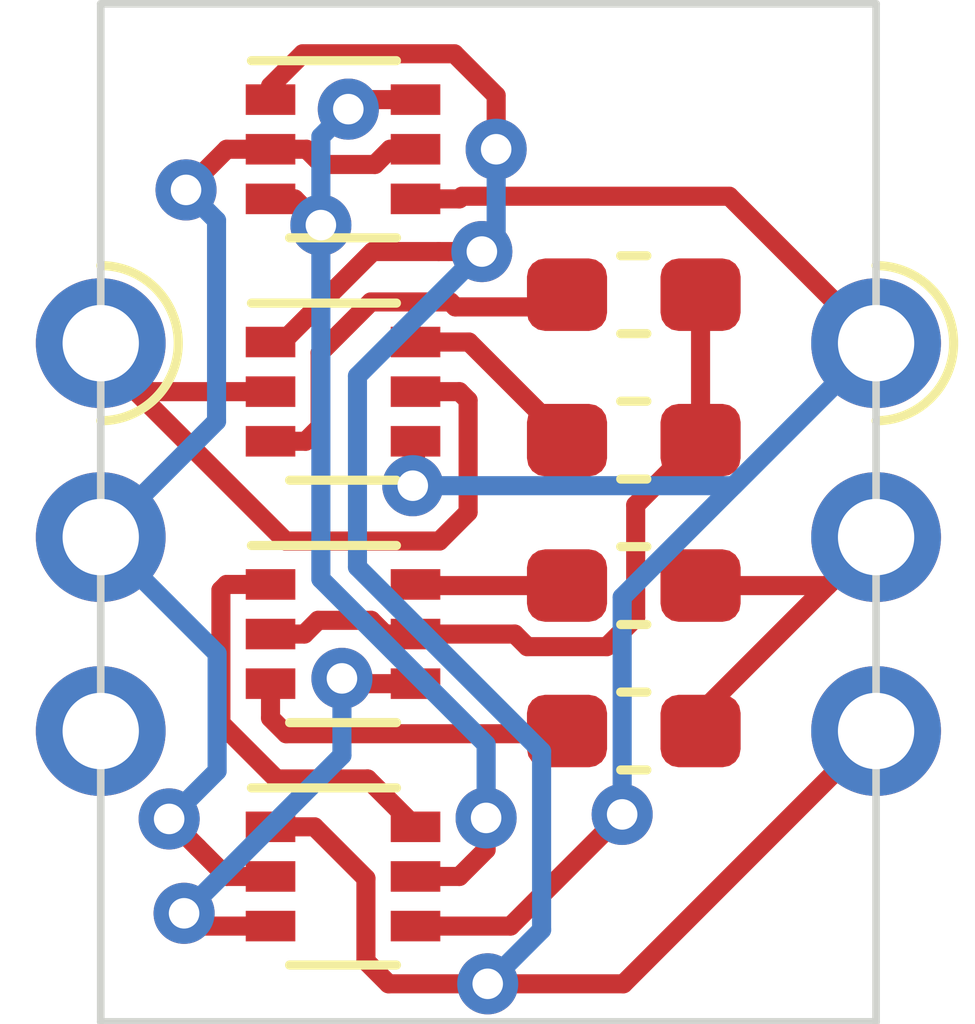
<source format=kicad_pcb>
(kicad_pcb (version 20171130) (host pcbnew 5.1.6)

  (general
    (thickness 1.6)
    (drawings 4)
    (tracks 135)
    (zones 0)
    (modules 10)
    (nets 15)
  )

  (page A4)
  (layers
    (0 F.Cu signal)
    (31 B.Cu signal)
    (32 B.Adhes user)
    (33 F.Adhes user)
    (34 B.Paste user)
    (35 F.Paste user)
    (36 B.SilkS user)
    (37 F.SilkS user)
    (38 B.Mask user)
    (39 F.Mask user)
    (40 Dwgs.User user)
    (41 Cmts.User user)
    (42 Eco1.User user)
    (43 Eco2.User user)
    (44 Edge.Cuts user)
    (45 Margin user)
    (46 B.CrtYd user)
    (47 F.CrtYd user)
    (48 B.Fab user)
    (49 F.Fab user hide)
  )

  (setup
    (last_trace_width 0.25)
    (user_trace_width 0.3)
    (trace_clearance 0.2)
    (zone_clearance 0.508)
    (zone_45_only no)
    (trace_min 0.2)
    (via_size 0.8)
    (via_drill 0.4)
    (via_min_size 0.4)
    (via_min_drill 0.3)
    (uvia_size 0.3)
    (uvia_drill 0.1)
    (uvias_allowed no)
    (uvia_min_size 0.2)
    (uvia_min_drill 0.1)
    (edge_width 0.05)
    (segment_width 0.2)
    (pcb_text_width 0.3)
    (pcb_text_size 1.5 1.5)
    (mod_edge_width 0.12)
    (mod_text_size 1 1)
    (mod_text_width 0.15)
    (pad_size 1.524 1.524)
    (pad_drill 0.762)
    (pad_to_mask_clearance 0.05)
    (aux_axis_origin 0 0)
    (visible_elements FFFFFF7F)
    (pcbplotparams
      (layerselection 0x010fc_ffffffff)
      (usegerberextensions false)
      (usegerberattributes true)
      (usegerberadvancedattributes true)
      (creategerberjobfile true)
      (excludeedgelayer true)
      (linewidth 0.100000)
      (plotframeref false)
      (viasonmask false)
      (mode 1)
      (useauxorigin false)
      (hpglpennumber 1)
      (hpglpenspeed 20)
      (hpglpendiameter 15.000000)
      (psnegative false)
      (psa4output false)
      (plotreference true)
      (plotvalue true)
      (plotinvisibletext false)
      (padsonsilk false)
      (subtractmaskfromsilk false)
      (outputformat 1)
      (mirror false)
      (drillshape 1)
      (scaleselection 1)
      (outputdirectory ""))
  )

  (net 0 "")
  (net 1 Vss)
  (net 2 Out)
  (net 3 Gate)
  (net 4 Vdd)
  (net 5 In)
  (net 6 "Net-(Q2-Pad3)")
  (net 7 "Net-(J1-Pad3)")
  (net 8 "Net-(Q1-Pad3)")
  (net 9 "Net-(Q2-Pad6)")
  (net 10 "Net-(Q3-Pad6)")
  (net 11 "Net-(Q3-Pad3)")
  (net 12 "Net-(Q4-Pad6)")
  (net 13 "Net-(Q4-Pad2)")
  (net 14 "Net-(Q4-Pad3)")

  (net_class Default "This is the default net class."
    (clearance 0.2)
    (trace_width 0.25)
    (via_dia 0.8)
    (via_drill 0.4)
    (uvia_dia 0.3)
    (uvia_drill 0.1)
    (add_net Gate)
    (add_net In)
    (add_net "Net-(J1-Pad3)")
    (add_net "Net-(Q1-Pad3)")
    (add_net "Net-(Q2-Pad3)")
    (add_net "Net-(Q2-Pad6)")
    (add_net "Net-(Q3-Pad3)")
    (add_net "Net-(Q3-Pad6)")
    (add_net "Net-(Q4-Pad2)")
    (add_net "Net-(Q4-Pad3)")
    (add_net "Net-(Q4-Pad6)")
    (add_net Out)
    (add_net Vdd)
    (add_net Vss)
  )

  (module Resistor_SMD:R_0603_1608Metric_Pad1.05x0.95mm_HandSolder (layer F.Cu) (tedit 5B301BBD) (tstamp 5FF6C955)
    (at 128.905 76.835 180)
    (descr "Resistor SMD 0603 (1608 Metric), square (rectangular) end terminal, IPC_7351 nominal with elongated pad for handsoldering. (Body size source: http://www.tortai-tech.com/upload/download/2011102023233369053.pdf), generated with kicad-footprint-generator")
    (tags "resistor handsolder")
    (path /6005865C)
    (attr smd)
    (fp_text reference R4 (at 0 -1.43) (layer F.SilkS) hide
      (effects (font (size 1 1) (thickness 0.15)))
    )
    (fp_text value 12k (at 0 1.43) (layer F.Fab)
      (effects (font (size 1 1) (thickness 0.15)))
    )
    (fp_line (start 1.65 0.73) (end -1.65 0.73) (layer F.CrtYd) (width 0.05))
    (fp_line (start 1.65 -0.73) (end 1.65 0.73) (layer F.CrtYd) (width 0.05))
    (fp_line (start -1.65 -0.73) (end 1.65 -0.73) (layer F.CrtYd) (width 0.05))
    (fp_line (start -1.65 0.73) (end -1.65 -0.73) (layer F.CrtYd) (width 0.05))
    (fp_line (start -0.171267 0.51) (end 0.171267 0.51) (layer F.SilkS) (width 0.12))
    (fp_line (start -0.171267 -0.51) (end 0.171267 -0.51) (layer F.SilkS) (width 0.12))
    (fp_line (start 0.8 0.4) (end -0.8 0.4) (layer F.Fab) (width 0.1))
    (fp_line (start 0.8 -0.4) (end 0.8 0.4) (layer F.Fab) (width 0.1))
    (fp_line (start -0.8 -0.4) (end 0.8 -0.4) (layer F.Fab) (width 0.1))
    (fp_line (start -0.8 0.4) (end -0.8 -0.4) (layer F.Fab) (width 0.1))
    (fp_text user %R (at 0 0) (layer F.Fab)
      (effects (font (size 0.4 0.4) (thickness 0.06)))
    )
    (pad 1 smd roundrect (at -0.875 0 180) (size 1.05 0.95) (layers F.Cu F.Paste F.Mask) (roundrect_rratio 0.25)
      (net 2 Out))
    (pad 2 smd roundrect (at 0.875 0 180) (size 1.05 0.95) (layers F.Cu F.Paste F.Mask) (roundrect_rratio 0.25)
      (net 12 "Net-(Q4-Pad6)"))
    (model ${KISYS3DMOD}/Resistor_SMD.3dshapes/R_0603_1608Metric.wrl
      (at (xyz 0 0 0))
      (scale (xyz 1 1 1))
      (rotate (xyz 0 0 0))
    )
  )

  (module Resistor_SMD:R_0603_1608Metric_Pad1.05x0.95mm_HandSolder (layer F.Cu) (tedit 5B301BBD) (tstamp 5FF6C944)
    (at 128.905 78.74)
    (descr "Resistor SMD 0603 (1608 Metric), square (rectangular) end terminal, IPC_7351 nominal with elongated pad for handsoldering. (Body size source: http://www.tortai-tech.com/upload/download/2011102023233369053.pdf), generated with kicad-footprint-generator")
    (tags "resistor handsolder")
    (path /60057D95)
    (attr smd)
    (fp_text reference R3 (at 0 -1.43) (layer F.SilkS) hide
      (effects (font (size 1 1) (thickness 0.15)))
    )
    (fp_text value 12k (at 0 1.43) (layer F.Fab)
      (effects (font (size 1 1) (thickness 0.15)))
    )
    (fp_line (start 1.65 0.73) (end -1.65 0.73) (layer F.CrtYd) (width 0.05))
    (fp_line (start 1.65 -0.73) (end 1.65 0.73) (layer F.CrtYd) (width 0.05))
    (fp_line (start -1.65 -0.73) (end 1.65 -0.73) (layer F.CrtYd) (width 0.05))
    (fp_line (start -1.65 0.73) (end -1.65 -0.73) (layer F.CrtYd) (width 0.05))
    (fp_line (start -0.171267 0.51) (end 0.171267 0.51) (layer F.SilkS) (width 0.12))
    (fp_line (start -0.171267 -0.51) (end 0.171267 -0.51) (layer F.SilkS) (width 0.12))
    (fp_line (start 0.8 0.4) (end -0.8 0.4) (layer F.Fab) (width 0.1))
    (fp_line (start 0.8 -0.4) (end 0.8 0.4) (layer F.Fab) (width 0.1))
    (fp_line (start -0.8 -0.4) (end 0.8 -0.4) (layer F.Fab) (width 0.1))
    (fp_line (start -0.8 0.4) (end -0.8 -0.4) (layer F.Fab) (width 0.1))
    (fp_text user %R (at 0 0) (layer F.Fab)
      (effects (font (size 0.4 0.4) (thickness 0.06)))
    )
    (pad 1 smd roundrect (at -0.875 0) (size 1.05 0.95) (layers F.Cu F.Paste F.Mask) (roundrect_rratio 0.25)
      (net 14 "Net-(Q4-Pad3)"))
    (pad 2 smd roundrect (at 0.875 0) (size 1.05 0.95) (layers F.Cu F.Paste F.Mask) (roundrect_rratio 0.25)
      (net 2 Out))
    (model ${KISYS3DMOD}/Resistor_SMD.3dshapes/R_0603_1608Metric.wrl
      (at (xyz 0 0 0))
      (scale (xyz 1 1 1))
      (rotate (xyz 0 0 0))
    )
  )

  (module Resistor_SMD:R_0603_1608Metric_Pad1.05x0.95mm_HandSolder (layer F.Cu) (tedit 5B301BBD) (tstamp 5FF6C933)
    (at 128.905 74.93 180)
    (descr "Resistor SMD 0603 (1608 Metric), square (rectangular) end terminal, IPC_7351 nominal with elongated pad for handsoldering. (Body size source: http://www.tortai-tech.com/upload/download/2011102023233369053.pdf), generated with kicad-footprint-generator")
    (tags "resistor handsolder")
    (path /60061392)
    (attr smd)
    (fp_text reference R2 (at 0 -1.43) (layer F.SilkS) hide
      (effects (font (size 1 1) (thickness 0.15)))
    )
    (fp_text value 12k (at 0 1.43) (layer F.Fab)
      (effects (font (size 1 1) (thickness 0.15)))
    )
    (fp_line (start 1.65 0.73) (end -1.65 0.73) (layer F.CrtYd) (width 0.05))
    (fp_line (start 1.65 -0.73) (end 1.65 0.73) (layer F.CrtYd) (width 0.05))
    (fp_line (start -1.65 -0.73) (end 1.65 -0.73) (layer F.CrtYd) (width 0.05))
    (fp_line (start -1.65 0.73) (end -1.65 -0.73) (layer F.CrtYd) (width 0.05))
    (fp_line (start -0.171267 0.51) (end 0.171267 0.51) (layer F.SilkS) (width 0.12))
    (fp_line (start -0.171267 -0.51) (end 0.171267 -0.51) (layer F.SilkS) (width 0.12))
    (fp_line (start 0.8 0.4) (end -0.8 0.4) (layer F.Fab) (width 0.1))
    (fp_line (start 0.8 -0.4) (end 0.8 0.4) (layer F.Fab) (width 0.1))
    (fp_line (start -0.8 -0.4) (end 0.8 -0.4) (layer F.Fab) (width 0.1))
    (fp_line (start -0.8 0.4) (end -0.8 -0.4) (layer F.Fab) (width 0.1))
    (fp_text user %R (at 0 0) (layer F.Fab)
      (effects (font (size 0.4 0.4) (thickness 0.06)))
    )
    (pad 1 smd roundrect (at -0.875 0 180) (size 1.05 0.95) (layers F.Cu F.Paste F.Mask) (roundrect_rratio 0.25)
      (net 13 "Net-(Q4-Pad2)"))
    (pad 2 smd roundrect (at 0.875 0 180) (size 1.05 0.95) (layers F.Cu F.Paste F.Mask) (roundrect_rratio 0.25)
      (net 10 "Net-(Q3-Pad6)"))
    (model ${KISYS3DMOD}/Resistor_SMD.3dshapes/R_0603_1608Metric.wrl
      (at (xyz 0 0 0))
      (scale (xyz 1 1 1))
      (rotate (xyz 0 0 0))
    )
  )

  (module Resistor_SMD:R_0603_1608Metric_Pad1.05x0.95mm_HandSolder (layer F.Cu) (tedit 5B301BBD) (tstamp 5FF6C922)
    (at 128.905 73.025)
    (descr "Resistor SMD 0603 (1608 Metric), square (rectangular) end terminal, IPC_7351 nominal with elongated pad for handsoldering. (Body size source: http://www.tortai-tech.com/upload/download/2011102023233369053.pdf), generated with kicad-footprint-generator")
    (tags "resistor handsolder")
    (path /6006138C)
    (attr smd)
    (fp_text reference R1 (at 0 -1.43) (layer F.SilkS) hide
      (effects (font (size 1 1) (thickness 0.15)))
    )
    (fp_text value 12k (at 0 1.43) (layer F.Fab)
      (effects (font (size 1 1) (thickness 0.15)))
    )
    (fp_line (start 1.65 0.73) (end -1.65 0.73) (layer F.CrtYd) (width 0.05))
    (fp_line (start 1.65 -0.73) (end 1.65 0.73) (layer F.CrtYd) (width 0.05))
    (fp_line (start -1.65 -0.73) (end 1.65 -0.73) (layer F.CrtYd) (width 0.05))
    (fp_line (start -1.65 0.73) (end -1.65 -0.73) (layer F.CrtYd) (width 0.05))
    (fp_line (start -0.171267 0.51) (end 0.171267 0.51) (layer F.SilkS) (width 0.12))
    (fp_line (start -0.171267 -0.51) (end 0.171267 -0.51) (layer F.SilkS) (width 0.12))
    (fp_line (start 0.8 0.4) (end -0.8 0.4) (layer F.Fab) (width 0.1))
    (fp_line (start 0.8 -0.4) (end 0.8 0.4) (layer F.Fab) (width 0.1))
    (fp_line (start -0.8 -0.4) (end 0.8 -0.4) (layer F.Fab) (width 0.1))
    (fp_line (start -0.8 0.4) (end -0.8 -0.4) (layer F.Fab) (width 0.1))
    (fp_text user %R (at 0 0) (layer F.Fab)
      (effects (font (size 0.4 0.4) (thickness 0.06)))
    )
    (pad 1 smd roundrect (at -0.875 0) (size 1.05 0.95) (layers F.Cu F.Paste F.Mask) (roundrect_rratio 0.25)
      (net 11 "Net-(Q3-Pad3)"))
    (pad 2 smd roundrect (at 0.875 0) (size 1.05 0.95) (layers F.Cu F.Paste F.Mask) (roundrect_rratio 0.25)
      (net 13 "Net-(Q4-Pad2)"))
    (model ${KISYS3DMOD}/Resistor_SMD.3dshapes/R_0603_1608Metric.wrl
      (at (xyz 0 0 0))
      (scale (xyz 1 1 1))
      (rotate (xyz 0 0 0))
    )
  )

  (module Package_TO_SOT_SMD:SOT-363_SC-70-6 (layer F.Cu) (tedit 5A02FF57) (tstamp 5FF6C911)
    (at 125.095 77.47)
    (descr "SOT-363, SC-70-6")
    (tags "SOT-363 SC-70-6")
    (path /60053C82)
    (attr smd)
    (fp_text reference Q4 (at 0 -2) (layer F.SilkS) hide
      (effects (font (size 1 1) (thickness 0.15)))
    )
    (fp_text value BSS8402DW (at 0 2 180) (layer F.Fab)
      (effects (font (size 1 1) (thickness 0.15)))
    )
    (fp_line (start -0.175 -1.1) (end -0.675 -0.6) (layer F.Fab) (width 0.1))
    (fp_line (start 0.675 1.1) (end -0.675 1.1) (layer F.Fab) (width 0.1))
    (fp_line (start 0.675 -1.1) (end 0.675 1.1) (layer F.Fab) (width 0.1))
    (fp_line (start -1.6 1.4) (end 1.6 1.4) (layer F.CrtYd) (width 0.05))
    (fp_line (start -0.675 -0.6) (end -0.675 1.1) (layer F.Fab) (width 0.1))
    (fp_line (start 0.675 -1.1) (end -0.175 -1.1) (layer F.Fab) (width 0.1))
    (fp_line (start -1.6 -1.4) (end 1.6 -1.4) (layer F.CrtYd) (width 0.05))
    (fp_line (start -1.6 -1.4) (end -1.6 1.4) (layer F.CrtYd) (width 0.05))
    (fp_line (start 1.6 1.4) (end 1.6 -1.4) (layer F.CrtYd) (width 0.05))
    (fp_line (start -0.7 1.16) (end 0.7 1.16) (layer F.SilkS) (width 0.12))
    (fp_line (start 0.7 -1.16) (end -1.2 -1.16) (layer F.SilkS) (width 0.12))
    (fp_text user %R (at 0 0 90) (layer F.Fab)
      (effects (font (size 0.5 0.5) (thickness 0.075)))
    )
    (pad 1 smd rect (at -0.95 -0.65) (size 0.65 0.4) (layers F.Cu F.Paste F.Mask)
      (net 9 "Net-(Q2-Pad6)"))
    (pad 3 smd rect (at -0.95 0.65) (size 0.65 0.4) (layers F.Cu F.Paste F.Mask)
      (net 14 "Net-(Q4-Pad3)"))
    (pad 5 smd rect (at 0.95 0) (size 0.65 0.4) (layers F.Cu F.Paste F.Mask)
      (net 13 "Net-(Q4-Pad2)"))
    (pad 2 smd rect (at -0.95 0) (size 0.65 0.4) (layers F.Cu F.Paste F.Mask)
      (net 13 "Net-(Q4-Pad2)"))
    (pad 4 smd rect (at 0.95 0.65) (size 0.65 0.4) (layers F.Cu F.Paste F.Mask)
      (net 6 "Net-(Q2-Pad3)"))
    (pad 6 smd rect (at 0.95 -0.65) (size 0.65 0.4) (layers F.Cu F.Paste F.Mask)
      (net 12 "Net-(Q4-Pad6)"))
    (model ${KISYS3DMOD}/Package_TO_SOT_SMD.3dshapes/SOT-363_SC-70-6.wrl
      (at (xyz 0 0 0))
      (scale (xyz 1 1 1))
      (rotate (xyz 0 0 0))
    )
  )

  (module Package_TO_SOT_SMD:SOT-363_SC-70-6 (layer F.Cu) (tedit 5A02FF57) (tstamp 5FF6C8FB)
    (at 125.095 74.295)
    (descr "SOT-363, SC-70-6")
    (tags "SOT-363 SC-70-6")
    (path /60061383)
    (attr smd)
    (fp_text reference Q3 (at 0 -2) (layer F.SilkS) hide
      (effects (font (size 1 1) (thickness 0.15)))
    )
    (fp_text value BSS8402DW (at 0 2 180) (layer F.Fab)
      (effects (font (size 1 1) (thickness 0.15)))
    )
    (fp_line (start -0.175 -1.1) (end -0.675 -0.6) (layer F.Fab) (width 0.1))
    (fp_line (start 0.675 1.1) (end -0.675 1.1) (layer F.Fab) (width 0.1))
    (fp_line (start 0.675 -1.1) (end 0.675 1.1) (layer F.Fab) (width 0.1))
    (fp_line (start -1.6 1.4) (end 1.6 1.4) (layer F.CrtYd) (width 0.05))
    (fp_line (start -0.675 -0.6) (end -0.675 1.1) (layer F.Fab) (width 0.1))
    (fp_line (start 0.675 -1.1) (end -0.175 -1.1) (layer F.Fab) (width 0.1))
    (fp_line (start -1.6 -1.4) (end 1.6 -1.4) (layer F.CrtYd) (width 0.05))
    (fp_line (start -1.6 -1.4) (end -1.6 1.4) (layer F.CrtYd) (width 0.05))
    (fp_line (start 1.6 1.4) (end 1.6 -1.4) (layer F.CrtYd) (width 0.05))
    (fp_line (start -0.7 1.16) (end 0.7 1.16) (layer F.SilkS) (width 0.12))
    (fp_line (start 0.7 -1.16) (end -1.2 -1.16) (layer F.SilkS) (width 0.12))
    (fp_text user %R (at 0 0 90) (layer F.Fab)
      (effects (font (size 0.5 0.5) (thickness 0.075)))
    )
    (pad 1 smd rect (at -0.95 -0.65) (size 0.65 0.4) (layers F.Cu F.Paste F.Mask)
      (net 1 Vss))
    (pad 3 smd rect (at -0.95 0.65) (size 0.65 0.4) (layers F.Cu F.Paste F.Mask)
      (net 11 "Net-(Q3-Pad3)"))
    (pad 5 smd rect (at 0.95 0) (size 0.65 0.4) (layers F.Cu F.Paste F.Mask)
      (net 5 In))
    (pad 2 smd rect (at -0.95 0) (size 0.65 0.4) (layers F.Cu F.Paste F.Mask)
      (net 5 In))
    (pad 4 smd rect (at 0.95 0.65) (size 0.65 0.4) (layers F.Cu F.Paste F.Mask)
      (net 4 Vdd))
    (pad 6 smd rect (at 0.95 -0.65) (size 0.65 0.4) (layers F.Cu F.Paste F.Mask)
      (net 10 "Net-(Q3-Pad6)"))
    (model ${KISYS3DMOD}/Package_TO_SOT_SMD.3dshapes/SOT-363_SC-70-6.wrl
      (at (xyz 0 0 0))
      (scale (xyz 1 1 1))
      (rotate (xyz 0 0 0))
    )
  )

  (module Package_TO_SOT_SMD:SOT-363_SC-70-6 (layer F.Cu) (tedit 5A02FF57) (tstamp 5FF6C8E5)
    (at 125.095 80.645)
    (descr "SOT-363, SC-70-6")
    (tags "SOT-363 SC-70-6")
    (path /6007B366)
    (attr smd)
    (fp_text reference Q2 (at 0 -2) (layer F.SilkS) hide
      (effects (font (size 1 1) (thickness 0.15)))
    )
    (fp_text value BSS8402DW (at 0 2 180) (layer F.Fab)
      (effects (font (size 1 1) (thickness 0.15)))
    )
    (fp_line (start -0.175 -1.1) (end -0.675 -0.6) (layer F.Fab) (width 0.1))
    (fp_line (start 0.675 1.1) (end -0.675 1.1) (layer F.Fab) (width 0.1))
    (fp_line (start 0.675 -1.1) (end 0.675 1.1) (layer F.Fab) (width 0.1))
    (fp_line (start -1.6 1.4) (end 1.6 1.4) (layer F.CrtYd) (width 0.05))
    (fp_line (start -0.675 -0.6) (end -0.675 1.1) (layer F.Fab) (width 0.1))
    (fp_line (start 0.675 -1.1) (end -0.175 -1.1) (layer F.Fab) (width 0.1))
    (fp_line (start -1.6 -1.4) (end 1.6 -1.4) (layer F.CrtYd) (width 0.05))
    (fp_line (start -1.6 -1.4) (end -1.6 1.4) (layer F.CrtYd) (width 0.05))
    (fp_line (start 1.6 1.4) (end 1.6 -1.4) (layer F.CrtYd) (width 0.05))
    (fp_line (start -0.7 1.16) (end 0.7 1.16) (layer F.SilkS) (width 0.12))
    (fp_line (start 0.7 -1.16) (end -1.2 -1.16) (layer F.SilkS) (width 0.12))
    (fp_text user %R (at 0 0 90) (layer F.Fab)
      (effects (font (size 0.5 0.5) (thickness 0.075)))
    )
    (pad 1 smd rect (at -0.95 -0.65) (size 0.65 0.4) (layers F.Cu F.Paste F.Mask)
      (net 1 Vss))
    (pad 3 smd rect (at -0.95 0.65) (size 0.65 0.4) (layers F.Cu F.Paste F.Mask)
      (net 6 "Net-(Q2-Pad3)"))
    (pad 5 smd rect (at 0.95 0) (size 0.65 0.4) (layers F.Cu F.Paste F.Mask)
      (net 8 "Net-(Q1-Pad3)"))
    (pad 2 smd rect (at -0.95 0) (size 0.65 0.4) (layers F.Cu F.Paste F.Mask)
      (net 3 Gate))
    (pad 4 smd rect (at 0.95 0.65) (size 0.65 0.4) (layers F.Cu F.Paste F.Mask)
      (net 4 Vdd))
    (pad 6 smd rect (at 0.95 -0.65) (size 0.65 0.4) (layers F.Cu F.Paste F.Mask)
      (net 9 "Net-(Q2-Pad6)"))
    (model ${KISYS3DMOD}/Package_TO_SOT_SMD.3dshapes/SOT-363_SC-70-6.wrl
      (at (xyz 0 0 0))
      (scale (xyz 1 1 1))
      (rotate (xyz 0 0 0))
    )
  )

  (module Package_TO_SOT_SMD:SOT-363_SC-70-6 (layer F.Cu) (tedit 5A02FF57) (tstamp 5FF6C8CF)
    (at 125.095 71.12)
    (descr "SOT-363, SC-70-6")
    (tags "SOT-363 SC-70-6")
    (path /60069564)
    (attr smd)
    (fp_text reference Q1 (at 0 -2) (layer F.SilkS) hide
      (effects (font (size 1 1) (thickness 0.15)))
    )
    (fp_text value BSS8402DW (at 0 2 180) (layer F.Fab)
      (effects (font (size 1 1) (thickness 0.15)))
    )
    (fp_line (start -0.175 -1.1) (end -0.675 -0.6) (layer F.Fab) (width 0.1))
    (fp_line (start 0.675 1.1) (end -0.675 1.1) (layer F.Fab) (width 0.1))
    (fp_line (start 0.675 -1.1) (end 0.675 1.1) (layer F.Fab) (width 0.1))
    (fp_line (start -1.6 1.4) (end 1.6 1.4) (layer F.CrtYd) (width 0.05))
    (fp_line (start -0.675 -0.6) (end -0.675 1.1) (layer F.Fab) (width 0.1))
    (fp_line (start 0.675 -1.1) (end -0.175 -1.1) (layer F.Fab) (width 0.1))
    (fp_line (start -1.6 -1.4) (end 1.6 -1.4) (layer F.CrtYd) (width 0.05))
    (fp_line (start -1.6 -1.4) (end -1.6 1.4) (layer F.CrtYd) (width 0.05))
    (fp_line (start 1.6 1.4) (end 1.6 -1.4) (layer F.CrtYd) (width 0.05))
    (fp_line (start -0.7 1.16) (end 0.7 1.16) (layer F.SilkS) (width 0.12))
    (fp_line (start 0.7 -1.16) (end -1.2 -1.16) (layer F.SilkS) (width 0.12))
    (fp_text user %R (at 0 0 90) (layer F.Fab)
      (effects (font (size 0.5 0.5) (thickness 0.075)))
    )
    (pad 1 smd rect (at -0.95 -0.65) (size 0.65 0.4) (layers F.Cu F.Paste F.Mask)
      (net 1 Vss))
    (pad 3 smd rect (at -0.95 0.65) (size 0.65 0.4) (layers F.Cu F.Paste F.Mask)
      (net 8 "Net-(Q1-Pad3)"))
    (pad 5 smd rect (at 0.95 0) (size 0.65 0.4) (layers F.Cu F.Paste F.Mask)
      (net 3 Gate))
    (pad 2 smd rect (at -0.95 0) (size 0.65 0.4) (layers F.Cu F.Paste F.Mask)
      (net 3 Gate))
    (pad 4 smd rect (at 0.95 0.65) (size 0.65 0.4) (layers F.Cu F.Paste F.Mask)
      (net 4 Vdd))
    (pad 6 smd rect (at 0.95 -0.65) (size 0.65 0.4) (layers F.Cu F.Paste F.Mask)
      (net 8 "Net-(Q1-Pad3)"))
    (model ${KISYS3DMOD}/Package_TO_SOT_SMD.3dshapes/SOT-363_SC-70-6.wrl
      (at (xyz 0 0 0))
      (scale (xyz 1 1 1))
      (rotate (xyz 0 0 0))
    )
  )

  (module Castellation:Edge_Castellation_1x03_P2.54 (layer F.Cu) (tedit 5FED63D6) (tstamp 5FF6C8B9)
    (at 132.08 73.66)
    (descr "Edge Castellation, 1x03, 2.54mm pitch, single row")
    (tags "Castellation Edge 1x03 2.54mm single row")
    (path /5FE4F012)
    (fp_text reference J2 (at 0 -2.54) (layer F.SilkS) hide
      (effects (font (size 1 1) (thickness 0.15)))
    )
    (fp_text value Conn_01x03 (at 0 7.85) (layer F.Fab)
      (effects (font (size 1 1) (thickness 0.15)))
    )
    (fp_line (start -1.27 6.35) (end -1.27 -1.27) (layer F.Fab) (width 0.1))
    (fp_line (start 1.27 6.35) (end -1.27 6.35) (layer F.Fab) (width 0.1))
    (fp_line (start 1.27 -0.635) (end 1.27 6.35) (layer F.Fab) (width 0.1))
    (fp_line (start 0.635 -1.27) (end 1.27 -0.635) (layer F.Fab) (width 0.1))
    (fp_line (start -1.27 -1.27) (end 0.635 -1.27) (layer F.Fab) (width 0.1))
    (fp_arc (start 0 0) (end 0 1.016) (angle -180) (layer F.SilkS) (width 0.12))
    (fp_text user %R (at 0 2.54 90) (layer F.Fab)
      (effects (font (size 1 1) (thickness 0.15)))
    )
    (pad 3 thru_hole oval (at 0 5.08) (size 1.7 1.7) (drill 1) (layers *.Cu *.Mask)
      (net 1 Vss))
    (pad 2 thru_hole oval (at 0 2.54) (size 1.7 1.7) (drill 1) (layers *.Cu *.Mask)
      (net 2 Out))
    (pad 1 thru_hole oval (at 0 0) (size 1.7 1.7) (drill 1) (layers *.Cu *.Mask)
      (net 4 Vdd))
  )

  (module Castellation:Edge_Castellation_1x03_P2.54 (layer F.Cu) (tedit 5FED63D6) (tstamp 5FF6C8AB)
    (at 121.92 73.66)
    (descr "Edge Castellation, 1x03, 2.54mm pitch, single row")
    (tags "Castellation Edge 1x03 2.54mm single row")
    (path /5FE4CB2B)
    (fp_text reference J1 (at 0 -2.54) (layer F.SilkS) hide
      (effects (font (size 1 1) (thickness 0.15)))
    )
    (fp_text value Conn_01x03 (at 0 7.85) (layer F.Fab)
      (effects (font (size 1 1) (thickness 0.15)))
    )
    (fp_line (start -1.27 6.35) (end -1.27 -1.27) (layer F.Fab) (width 0.1))
    (fp_line (start 1.27 6.35) (end -1.27 6.35) (layer F.Fab) (width 0.1))
    (fp_line (start 1.27 -0.635) (end 1.27 6.35) (layer F.Fab) (width 0.1))
    (fp_line (start 0.635 -1.27) (end 1.27 -0.635) (layer F.Fab) (width 0.1))
    (fp_line (start -1.27 -1.27) (end 0.635 -1.27) (layer F.Fab) (width 0.1))
    (fp_arc (start 0 0) (end 0 1.016) (angle -180) (layer F.SilkS) (width 0.12))
    (fp_text user %R (at 0 2.54 90) (layer F.Fab)
      (effects (font (size 1 1) (thickness 0.15)))
    )
    (pad 3 thru_hole oval (at 0 5.08) (size 1.7 1.7) (drill 1) (layers *.Cu *.Mask)
      (net 7 "Net-(J1-Pad3)"))
    (pad 2 thru_hole oval (at 0 2.54) (size 1.7 1.7) (drill 1) (layers *.Cu *.Mask)
      (net 3 Gate))
    (pad 1 thru_hole oval (at 0 0) (size 1.7 1.7) (drill 1) (layers *.Cu *.Mask)
      (net 5 In))
  )

  (gr_line (start 132.08 69.215) (end 132.08 82.55) (layer Edge.Cuts) (width 0.1))
  (gr_line (start 121.92 69.215) (end 132.08 69.215) (layer Edge.Cuts) (width 0.1))
  (gr_line (start 121.92 82.55) (end 121.92 69.215) (layer Edge.Cuts) (width 0.1))
  (gr_line (start 132.08 82.55) (end 121.92 82.55) (layer Edge.Cuts) (width 0.1))

  (via (at 127.1016 71.12) (size 0.8) (drill 0.4) (layers F.Cu B.Cu) (net 1))
  (segment (start 124.298587 73.645) (end 125.477387 72.4662) (width 0.25) (layer F.Cu) (net 1))
  (segment (start 124.145 73.645) (end 124.298587 73.645) (width 0.25) (layer F.Cu) (net 1))
  (segment (start 126.348542 72.460037) (end 126.914227 72.460037) (width 0.25) (layer F.Cu) (net 1))
  (segment (start 125.48355 72.460037) (end 126.348542 72.460037) (width 0.25) (layer F.Cu) (net 1))
  (via (at 126.914227 72.460037) (size 0.8) (drill 0.4) (layers F.Cu B.Cu) (net 1))
  (segment (start 124.298587 73.645) (end 125.48355 72.460037) (width 0.25) (layer F.Cu) (net 1))
  (segment (start 131.445 76.835) (end 132.08 76.2) (width 0.25) (layer F.Cu) (net 2))
  (segment (start 129.78 76.835) (end 131.445 76.835) (width 0.25) (layer F.Cu) (net 2))
  (segment (start 129.78 78.5) (end 132.08 76.2) (width 0.25) (layer F.Cu) (net 2))
  (segment (start 129.78 78.74) (end 129.78 78.5) (width 0.25) (layer F.Cu) (net 2))
  (segment (start 123.19 80.265) (end 123.19 80.265) (width 0.25) (layer F.Cu) (net 3) (tstamp 5FF6F3CF))
  (segment (start 123.445139 77.725139) (end 123.445139 79.262941) (width 0.25) (layer B.Cu) (net 3))
  (segment (start 123.57 80.645) (end 122.81654 79.89154) (width 0.25) (layer F.Cu) (net 3))
  (segment (start 124.145 80.645) (end 123.57 80.645) (width 0.25) (layer F.Cu) (net 3))
  (segment (start 123.445139 79.262941) (end 122.81654 79.89154) (width 0.25) (layer B.Cu) (net 3))
  (via (at 122.81654 79.89154) (size 0.8) (drill 0.4) (layers F.Cu B.Cu) (net 3))
  (segment (start 121.92 76.2) (end 123.445139 77.725139) (width 0.25) (layer B.Cu) (net 3))
  (segment (start 123.57 71.12) (end 123.0376 71.6524) (width 0.25) (layer F.Cu) (net 3))
  (segment (start 124.145 71.12) (end 123.57 71.12) (width 0.25) (layer F.Cu) (net 3))
  (segment (start 123.0376 71.6524) (end 123.0376 71.6524) (width 0.25) (layer F.Cu) (net 3) (tstamp 5FF6F585))
  (via (at 123.0376 71.6524) (size 0.8) (drill 0.4) (layers F.Cu B.Cu) (net 3))
  (segment (start 123.437599 74.682401) (end 121.92 76.2) (width 0.25) (layer B.Cu) (net 3))
  (segment (start 123.437599 72.052399) (end 123.437599 74.682401) (width 0.25) (layer B.Cu) (net 3))
  (segment (start 123.0376 71.6524) (end 123.437599 72.052399) (width 0.25) (layer B.Cu) (net 3))
  (segment (start 124.816163 71.319506) (end 125.512167 71.319506) (width 0.25) (layer F.Cu) (net 3))
  (segment (start 125.512167 71.319506) (end 125.711673 71.12) (width 0.25) (layer F.Cu) (net 3))
  (segment (start 124.145 71.12) (end 124.616657 71.12) (width 0.25) (layer F.Cu) (net 3))
  (segment (start 124.616657 71.12) (end 124.816163 71.319506) (width 0.25) (layer F.Cu) (net 3))
  (segment (start 125.711673 71.12) (end 126.045 71.12) (width 0.25) (layer F.Cu) (net 3))
  (segment (start 130.155027 71.735027) (end 132.08 73.66) (width 0.25) (layer F.Cu) (net 4))
  (segment (start 126.654973 71.735027) (end 130.155027 71.735027) (width 0.25) (layer F.Cu) (net 4))
  (segment (start 126.62 71.77) (end 126.654973 71.735027) (width 0.25) (layer F.Cu) (net 4))
  (segment (start 126.045 71.77) (end 126.62 71.77) (width 0.25) (layer F.Cu) (net 4))
  (segment (start 122.555 74.295) (end 124.145 74.295) (width 0.25) (layer F.Cu) (net 5))
  (segment (start 121.92 73.66) (end 122.555 74.295) (width 0.25) (layer F.Cu) (net 5))
  (segment (start 124.145 81.295) (end 123.1796 81.295) (width 0.25) (layer F.Cu) (net 6))
  (segment (start 123.1796 81.295) (end 123.0122 81.1276) (width 0.25) (layer F.Cu) (net 6))
  (segment (start 123.0122 81.1276) (end 123.0122 81.1276) (width 0.25) (layer F.Cu) (net 6) (tstamp 5FF6F3D1))
  (via (at 123.0122 81.1276) (size 0.8) (drill 0.4) (layers F.Cu B.Cu) (net 6))
  (segment (start 125.15007 78.12) (end 125.080751 78.050681) (width 0.25) (layer F.Cu) (net 6))
  (via (at 125.080751 78.050681) (size 0.8) (drill 0.4) (layers F.Cu B.Cu) (net 6))
  (segment (start 125.080751 79.059049) (end 125.080751 78.050681) (width 0.25) (layer B.Cu) (net 6))
  (segment (start 123.0122 81.1276) (end 125.080751 79.059049) (width 0.25) (layer B.Cu) (net 6))
  (segment (start 126.045 78.12) (end 125.15007 78.12) (width 0.25) (layer F.Cu) (net 6))
  (segment (start 127.1016 70.416598) (end 127.1016 71.12) (width 0.25) (layer F.Cu) (net 1))
  (segment (start 126.554496 69.869494) (end 127.1016 70.416598) (width 0.25) (layer F.Cu) (net 1))
  (segment (start 124.145 70.292) (end 124.567506 69.869494) (width 0.25) (layer F.Cu) (net 1))
  (segment (start 124.567506 69.869494) (end 126.554496 69.869494) (width 0.25) (layer F.Cu) (net 1))
  (segment (start 124.145 70.47) (end 124.145 70.292) (width 0.25) (layer F.Cu) (net 1))
  (segment (start 127.1016 71.12) (end 127.1016 71.285017) (width 0.25) (layer F.Cu) (net 1))
  (segment (start 127.1016 72.272664) (end 126.914227 72.460037) (width 0.25) (layer B.Cu) (net 1))
  (segment (start 127.1016 71.12) (end 127.1016 72.272664) (width 0.25) (layer B.Cu) (net 1))
  (segment (start 125.394999 81.755001) (end 125.394999 80.669999) (width 0.25) (layer F.Cu) (net 1))
  (segment (start 124.72 79.995) (end 124.145 79.995) (width 0.25) (layer F.Cu) (net 1))
  (segment (start 128.768891 82.051109) (end 126.990891 82.051109) (width 0.25) (layer F.Cu) (net 1))
  (segment (start 125.691107 82.051109) (end 125.394999 81.755001) (width 0.25) (layer F.Cu) (net 1))
  (segment (start 125.394999 80.669999) (end 124.72 79.995) (width 0.25) (layer F.Cu) (net 1))
  (segment (start 132.08 78.74) (end 128.768891 82.051109) (width 0.25) (layer F.Cu) (net 1))
  (segment (start 126.990891 82.051109) (end 125.691107 82.051109) (width 0.25) (layer F.Cu) (net 1) (tstamp 5FF6F69B))
  (via (at 126.990891 82.051109) (size 0.8) (drill 0.4) (layers F.Cu B.Cu) (net 1))
  (segment (start 127.696909 81.345091) (end 126.990891 82.051109) (width 0.25) (layer B.Cu) (net 1))
  (segment (start 127.696909 79.005109) (end 127.696909 81.345091) (width 0.25) (layer B.Cu) (net 1))
  (segment (start 125.284127 76.592327) (end 127.696909 79.005109) (width 0.25) (layer B.Cu) (net 1))
  (segment (start 126.914227 72.460037) (end 125.284127 74.090137) (width 0.25) (layer B.Cu) (net 1))
  (segment (start 125.284127 74.090137) (end 125.284127 76.592327) (width 0.25) (layer B.Cu) (net 1))
  (via (at 126.009137 75.526651) (size 0.8) (drill 0.4) (layers F.Cu B.Cu) (net 4))
  (segment (start 132.08 73.66) (end 130.213349 75.526651) (width 0.25) (layer B.Cu) (net 4))
  (segment (start 130.213349 75.526651) (end 126.009137 75.526651) (width 0.25) (layer B.Cu) (net 4))
  (segment (start 126.045 75.490788) (end 126.009137 75.526651) (width 0.25) (layer F.Cu) (net 4))
  (segment (start 126.045 74.945) (end 126.045 75.490788) (width 0.25) (layer F.Cu) (net 4))
  (segment (start 126.045 81.295) (end 127.2898 81.295) (width 0.25) (layer F.Cu) (net 4))
  (segment (start 127.2898 81.295) (end 128.7526 79.8322) (width 0.25) (layer F.Cu) (net 4))
  (segment (start 128.7526 79.8322) (end 128.7526 79.8322) (width 0.25) (layer F.Cu) (net 4) (tstamp 5FF6F6EE))
  (via (at 128.7526 79.8322) (size 0.8) (drill 0.4) (layers F.Cu B.Cu) (net 4))
  (segment (start 128.7526 76.9874) (end 132.08 73.66) (width 0.25) (layer B.Cu) (net 4))
  (segment (start 128.7526 79.8322) (end 128.7526 76.9874) (width 0.25) (layer B.Cu) (net 4))
  (segment (start 126.357138 76.251652) (end 124.34165 76.251652) (width 0.25) (layer F.Cu) (net 5))
  (segment (start 126.734138 74.409138) (end 126.734138 75.874652) (width 0.25) (layer F.Cu) (net 5))
  (segment (start 126.734138 75.874652) (end 126.357138 76.251652) (width 0.25) (layer F.Cu) (net 5))
  (segment (start 121.92 73.830002) (end 121.92 73.66) (width 0.25) (layer F.Cu) (net 5))
  (segment (start 126.62 74.295) (end 126.734138 74.409138) (width 0.25) (layer F.Cu) (net 5))
  (segment (start 124.34165 76.251652) (end 121.92 73.830002) (width 0.25) (layer F.Cu) (net 5))
  (segment (start 126.045 74.295) (end 126.62 74.295) (width 0.25) (layer F.Cu) (net 5))
  (segment (start 124.8156 72.136) (end 124.8156 72.136) (width 0.25) (layer F.Cu) (net 8) (tstamp 5FF6F31A))
  (segment (start 126.9746 80.1878) (end 126.9746 80.1878) (width 0.25) (layer F.Cu) (net 8) (tstamp 5FF6F3A6))
  (via (at 124.804828 72.11344) (size 0.8) (drill 0.4) (layers F.Cu B.Cu) (net 8))
  (segment (start 124.145 71.77) (end 124.461388 71.77) (width 0.25) (layer F.Cu) (net 8))
  (segment (start 124.461388 71.77) (end 124.804828 72.11344) (width 0.25) (layer F.Cu) (net 8))
  (segment (start 126.045 70.47) (end 125.288669 70.47) (width 0.25) (layer F.Cu) (net 8))
  (segment (start 124.804828 70.953841) (end 125.164165 70.594504) (width 0.25) (layer B.Cu) (net 8))
  (segment (start 124.804828 72.11344) (end 124.804828 70.953841) (width 0.25) (layer B.Cu) (net 8))
  (segment (start 125.288669 70.47) (end 125.164165 70.594504) (width 0.25) (layer F.Cu) (net 8))
  (via (at 125.164165 70.594504) (size 0.8) (drill 0.4) (layers F.Cu B.Cu) (net 8))
  (segment (start 126.97 78.91461) (end 126.97 79.878281) (width 0.25) (layer B.Cu) (net 8))
  (via (at 126.97 79.878281) (size 0.8) (drill 0.4) (layers F.Cu B.Cu) (net 8))
  (segment (start 126.97 80.295) (end 126.97 79.878281) (width 0.25) (layer F.Cu) (net 8))
  (segment (start 124.804828 76.749438) (end 126.97 78.91461) (width 0.25) (layer B.Cu) (net 8))
  (segment (start 124.804828 72.11344) (end 124.804828 76.749438) (width 0.25) (layer B.Cu) (net 8))
  (segment (start 126.62 80.645) (end 126.97 80.295) (width 0.25) (layer F.Cu) (net 8))
  (segment (start 126.045 80.645) (end 126.62 80.645) (width 0.25) (layer F.Cu) (net 8))
  (segment (start 123.4948 76.8952) (end 123.57 76.82) (width 0.25) (layer F.Cu) (net 9))
  (segment (start 123.57 76.82) (end 124.145 76.82) (width 0.25) (layer F.Cu) (net 9))
  (segment (start 125.417811 79.367811) (end 124.222801 79.367811) (width 0.25) (layer F.Cu) (net 9))
  (segment (start 124.222801 79.367811) (end 123.4948 78.63981) (width 0.25) (layer F.Cu) (net 9))
  (segment (start 126.045 79.995) (end 125.417811 79.367811) (width 0.25) (layer F.Cu) (net 9))
  (segment (start 123.4948 78.63981) (end 123.4948 76.8952) (width 0.25) (layer F.Cu) (net 9))
  (segment (start 126.745 73.645) (end 126.045 73.645) (width 0.25) (layer F.Cu) (net 10))
  (segment (start 128.03 74.93) (end 126.745 73.645) (width 0.25) (layer F.Cu) (net 10))
  (segment (start 124.795001 74.755001) (end 124.795001 73.784997) (width 0.25) (layer F.Cu) (net 11))
  (segment (start 127.869961 73.185039) (end 128.03 73.025) (width 0.25) (layer F.Cu) (net 11))
  (segment (start 126.501185 73.119999) (end 126.566225 73.185039) (width 0.25) (layer F.Cu) (net 11))
  (segment (start 126.566225 73.185039) (end 127.869961 73.185039) (width 0.25) (layer F.Cu) (net 11))
  (segment (start 124.605002 74.945) (end 124.795001 74.755001) (width 0.25) (layer F.Cu) (net 11))
  (segment (start 124.145 74.945) (end 124.605002 74.945) (width 0.25) (layer F.Cu) (net 11))
  (segment (start 124.795001 73.784997) (end 125.459999 73.119999) (width 0.25) (layer F.Cu) (net 11))
  (segment (start 125.459999 73.119999) (end 126.501185 73.119999) (width 0.25) (layer F.Cu) (net 11))
  (segment (start 126.06 76.835) (end 126.045 76.82) (width 0.25) (layer F.Cu) (net 12))
  (segment (start 128.03 76.835) (end 126.06 76.835) (width 0.25) (layer F.Cu) (net 12))
  (segment (start 129.78 73.025) (end 129.78 74.93) (width 0.25) (layer F.Cu) (net 13))
  (segment (start 125.644456 77.47) (end 126.045 77.47) (width 0.25) (layer F.Cu) (net 13))
  (segment (start 124.588428 77.47) (end 124.76844 77.289988) (width 0.25) (layer F.Cu) (net 13))
  (segment (start 125.464444 77.289988) (end 125.644456 77.47) (width 0.25) (layer F.Cu) (net 13))
  (segment (start 124.145 77.47) (end 124.588428 77.47) (width 0.25) (layer F.Cu) (net 13))
  (segment (start 124.76844 77.289988) (end 125.464444 77.289988) (width 0.25) (layer F.Cu) (net 13))
  (segment (start 128.92999 75.78001) (end 129.78 74.93) (width 0.25) (layer F.Cu) (net 13))
  (segment (start 128.92999 77.25552) (end 128.92999 75.78001) (width 0.25) (layer F.Cu) (net 13))
  (segment (start 128.5505 77.63501) (end 128.92999 77.25552) (width 0.25) (layer F.Cu) (net 13))
  (segment (start 127.5095 77.63501) (end 128.5505 77.63501) (width 0.25) (layer F.Cu) (net 13))
  (segment (start 127.34449 77.47) (end 127.5095 77.63501) (width 0.25) (layer F.Cu) (net 13))
  (segment (start 126.045 77.47) (end 127.34449 77.47) (width 0.25) (layer F.Cu) (net 13))
  (segment (start 124.145 78.57) (end 124.350682 78.775682) (width 0.25) (layer F.Cu) (net 14))
  (segment (start 124.145 78.12) (end 124.145 78.57) (width 0.25) (layer F.Cu) (net 14))
  (segment (start 127.994318 78.775682) (end 128.03 78.74) (width 0.25) (layer F.Cu) (net 14))
  (segment (start 124.350682 78.775682) (end 127.994318 78.775682) (width 0.25) (layer F.Cu) (net 14))

)

</source>
